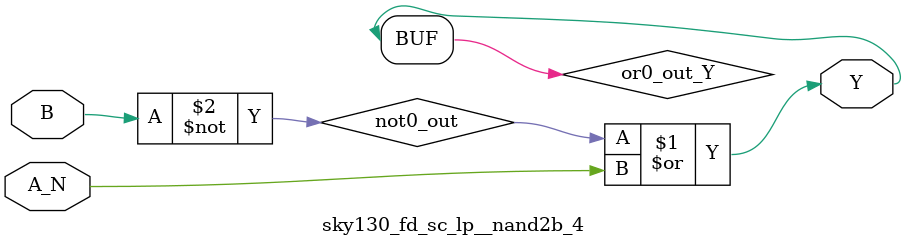
<source format=v>
/*
 * Copyright 2020 The SkyWater PDK Authors
 *
 * Licensed under the Apache License, Version 2.0 (the "License");
 * you may not use this file except in compliance with the License.
 * You may obtain a copy of the License at
 *
 *     https://www.apache.org/licenses/LICENSE-2.0
 *
 * Unless required by applicable law or agreed to in writing, software
 * distributed under the License is distributed on an "AS IS" BASIS,
 * WITHOUT WARRANTIES OR CONDITIONS OF ANY KIND, either express or implied.
 * See the License for the specific language governing permissions and
 * limitations under the License.
 *
 * SPDX-License-Identifier: Apache-2.0
*/


`ifndef SKY130_FD_SC_LP__NAND2B_4_FUNCTIONAL_V
`define SKY130_FD_SC_LP__NAND2B_4_FUNCTIONAL_V

/**
 * nand2b: 2-input NAND, first input inverted.
 *
 * Verilog simulation functional model.
 */

`timescale 1ns / 1ps
`default_nettype none

`celldefine
module sky130_fd_sc_lp__nand2b_4 (
    Y  ,
    A_N,
    B
);

    // Module ports
    output Y  ;
    input  A_N;
    input  B  ;

    // Local signals
    wire not0_out ;
    wire or0_out_Y;

    //  Name  Output     Other arguments
    not not0 (not0_out , B              );
    or  or0  (or0_out_Y, not0_out, A_N  );
    buf buf0 (Y        , or0_out_Y      );

endmodule
`endcelldefine

`default_nettype wire
`endif  // SKY130_FD_SC_LP__NAND2B_4_FUNCTIONAL_V

</source>
